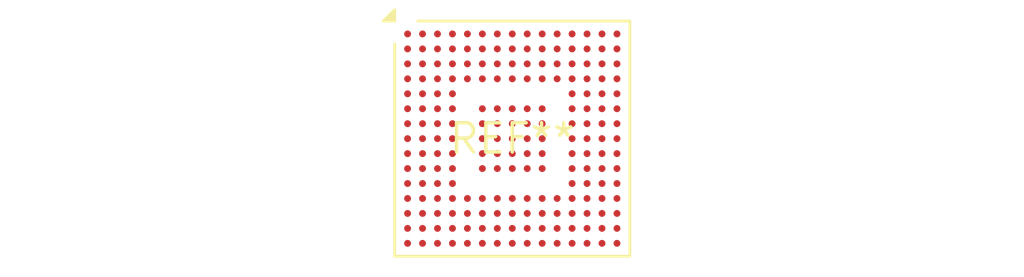
<source format=kicad_pcb>
(kicad_pcb (version 20240108) (generator pcbnew)
  (layers (0 "F.Cu" signal) (31 "B.Cu" signal) (34 "B.Paste" user) (35 "F.Paste" user) (36 "B.SilkS" user "B.Silkscreen") (37 "F.SilkS" user "F.Silkscreen") (38 "B.Mask" user) (39 "F.Mask" user) (44 "Edge.Cuts" user))
  (net 0 "")
  (footprint "UFBGA-201_10x10mm_Layout15x15_P0.65mm" (layer "F.Cu") (at 0 0)
    (property "Reference" "REF**")
    (property "Value" "UFBGA-201_10x10mm_Layout15x15_P0.65mm")
    (fp_line (start -5.11 5.11) (end -5.11 -4.11) (layer "F.SilkS") (stroke (width 0.12)))
    (fp_line (start -4.11 -5.11) (end 5.11 -5.11) (layer "F.SilkS") (stroke (width 0.12)))
    (fp_line (start 5.11 -5.11) (end 5.11 5.11) (layer "F.SilkS") (stroke (width 0.12)))
    (fp_line (start 5.11 5.11) (end -5.11 5.11) (layer "F.SilkS") (stroke (width 0.12)))
    (fp_poly (pts (xy -5.11 -5.11) (xy -5.61 -5.11) (xy -5.11 -5.61) (xy -5.11 -5.11)) (layer "F.SilkS") (stroke (width 0.12)) (fill solid))
    (pad "A1" smd circle (at -4.55 -4.55) (size 0.3 0.3) (property pad_prop_bga) (layers "F.Cu" "F.Paste" "F.Mask"))
    (pad "A2" smd circle (at -3.9 -4.55) (size 0.3 0.3) (property pad_prop_bga) (layers "F.Cu" "F.Paste" "F.Mask"))
    (pad "A3" smd circle (at -3.25 -4.55) (size 0.3 0.3) (property pad_prop_bga) (layers "F.Cu" "F.Paste" "F.Mask"))
    (pad "A4" smd circle (at -2.6 -4.55) (size 0.3 0.3) (property pad_prop_bga) (layers "F.Cu" "F.Paste" "F.Mask"))
    (pad "A5" smd circle (at -1.95 -4.55) (size 0.3 0.3) (property pad_prop_bga) (layers "F.Cu" "F.Paste" "F.Mask"))
    (pad "A6" smd circle (at -1.3 -4.55) (size 0.3 0.3) (property pad_prop_bga) (layers "F.Cu" "F.Paste" "F.Mask"))
    (pad "A7" smd circle (at -0.65 -4.55) (size 0.3 0.3) (property pad_prop_bga) (layers "F.Cu" "F.Paste" "F.Mask"))
    (pad "A8" smd circle (at 0 -4.55) (size 0.3 0.3) (property pad_prop_bga) (layers "F.Cu" "F.Paste" "F.Mask"))
    (pad "A9" smd circle (at 0.65 -4.55) (size 0.3 0.3) (property pad_prop_bga) (layers "F.Cu" "F.Paste" "F.Mask"))
    (pad "A10" smd circle (at 1.3 -4.55) (size 0.3 0.3) (property pad_prop_bga) (layers "F.Cu" "F.Paste" "F.Mask"))
    (pad "A11" smd circle (at 1.95 -4.55) (size 0.3 0.3) (property pad_prop_bga) (layers "F.Cu" "F.Paste" "F.Mask"))
    (pad "A12" smd circle (at 2.6 -4.55) (size 0.3 0.3) (property pad_prop_bga) (layers "F.Cu" "F.Paste" "F.Mask"))
    (pad "A13" smd circle (at 3.25 -4.55) (size 0.3 0.3) (property pad_prop_bga) (layers "F.Cu" "F.Paste" "F.Mask"))
    (pad "A14" smd circle (at 3.9 -4.55) (size 0.3 0.3) (property pad_prop_bga) (layers "F.Cu" "F.Paste" "F.Mask"))
    (pad "A15" smd circle (at 4.55 -4.55) (size 0.3 0.3) (property pad_prop_bga) (layers "F.Cu" "F.Paste" "F.Mask"))
    (pad "B1" smd circle (at -4.55 -3.9) (size 0.3 0.3) (property pad_prop_bga) (layers "F.Cu" "F.Paste" "F.Mask"))
    (pad "B2" smd circle (at -3.9 -3.9) (size 0.3 0.3) (property pad_prop_bga) (layers "F.Cu" "F.Paste" "F.Mask"))
    (pad "B3" smd circle (at -3.25 -3.9) (size 0.3 0.3) (property pad_prop_bga) (layers "F.Cu" "F.Paste" "F.Mask"))
    (pad "B4" smd circle (at -2.6 -3.9) (size 0.3 0.3) (property pad_prop_bga) (layers "F.Cu" "F.Paste" "F.Mask"))
    (pad "B5" smd circle (at -1.95 -3.9) (size 0.3 0.3) (property pad_prop_bga) (layers "F.Cu" "F.Paste" "F.Mask"))
    (pad "B6" smd circle (at -1.3 -3.9) (size 0.3 0.3) (property pad_prop_bga) (layers "F.Cu" "F.Paste" "F.Mask"))
    (pad "B7" smd circle (at -0.65 -3.9) (size 0.3 0.3) (property pad_prop_bga) (layers "F.Cu" "F.Paste" "F.Mask"))
    (pad "B8" smd circle (at 0 -3.9) (size 0.3 0.3) (property pad_prop_bga) (layers "F.Cu" "F.Paste" "F.Mask"))
    (pad "B9" smd circle (at 0.65 -3.9) (size 0.3 0.3) (property pad_prop_bga) (layers "F.Cu" "F.Paste" "F.Mask"))
    (pad "B10" smd circle (at 1.3 -3.9) (size 0.3 0.3) (property pad_prop_bga) (layers "F.Cu" "F.Paste" "F.Mask"))
    (pad "B11" smd circle (at 1.95 -3.9) (size 0.3 0.3) (property pad_prop_bga) (layers "F.Cu" "F.Paste" "F.Mask"))
    (pad "B12" smd circle (at 2.6 -3.9) (size 0.3 0.3) (property pad_prop_bga) (layers "F.Cu" "F.Paste" "F.Mask"))
    (pad "B13" smd circle (at 3.25 -3.9) (size 0.3 0.3) (property pad_prop_bga) (layers "F.Cu" "F.Paste" "F.Mask"))
    (pad "B14" smd circle (at 3.9 -3.9) (size 0.3 0.3) (property pad_prop_bga) (layers "F.Cu" "F.Paste" "F.Mask"))
    (pad "B15" smd circle (at 4.55 -3.9) (size 0.3 0.3) (property pad_prop_bga) (layers "F.Cu" "F.Paste" "F.Mask"))
    (pad "C1" smd circle (at -4.55 -3.25) (size 0.3 0.3) (property pad_prop_bga) (layers "F.Cu" "F.Paste" "F.Mask"))
    (pad "C2" smd circle (at -3.9 -3.25) (size 0.3 0.3) (property pad_prop_bga) (layers "F.Cu" "F.Paste" "F.Mask"))
    (pad "C3" smd circle (at -3.25 -3.25) (size 0.3 0.3) (property pad_prop_bga) (layers "F.Cu" "F.Paste" "F.Mask"))
    (pad "C4" smd circle (at -2.6 -3.25) (size 0.3 0.3) (property pad_prop_bga) (layers "F.Cu" "F.Paste" "F.Mask"))
    (pad "C5" smd circle (at -1.95 -3.25) (size 0.3 0.3) (property pad_prop_bga) (layers "F.Cu" "F.Paste" "F.Mask"))
    (pad "C6" smd circle (at -1.3 -3.25) (size 0.3 0.3) (property pad_prop_bga) (layers "F.Cu" "F.Paste" "F.Mask"))
    (pad "C7" smd circle (at -0.65 -3.25) (size 0.3 0.3) (property pad_prop_bga) (layers "F.Cu" "F.Paste" "F.Mask"))
    (pad "C8" smd circle (at 0 -3.25) (size 0.3 0.3) (property pad_prop_bga) (layers "F.Cu" "F.Paste" "F.Mask"))
    (pad "C9" smd circle (at 0.65 -3.25) (size 0.3 0.3) (property pad_prop_bga) (layers "F.Cu" "F.Paste" "F.Mask"))
    (pad "C10" smd circle (at 1.3 -3.25) (size 0.3 0.3) (property pad_prop_bga) (layers "F.Cu" "F.Paste" "F.Mask"))
    (pad "C11" smd circle (at 1.95 -3.25) (size 0.3 0.3) (property pad_prop_bga) (layers "F.Cu" "F.Paste" "F.Mask"))
    (pad "C12" smd circle (at 2.6 -3.25) (size 0.3 0.3) (property pad_prop_bga) (layers "F.Cu" "F.Paste" "F.Mask"))
    (pad "C13" smd circle (at 3.25 -3.25) (size 0.3 0.3) (property pad_prop_bga) (layers "F.Cu" "F.Paste" "F.Mask"))
    (pad "C14" smd circle (at 3.9 -3.25) (size 0.3 0.3) (property pad_prop_bga) (layers "F.Cu" "F.Paste" "F.Mask"))
    (pad "C15" smd circle (at 4.55 -3.25) (size 0.3 0.3) (property pad_prop_bga) (layers "F.Cu" "F.Paste" "F.Mask"))
    (pad "D1" smd circle (at -4.55 -2.6) (size 0.3 0.3) (property pad_prop_bga) (layers "F.Cu" "F.Paste" "F.Mask"))
    (pad "D2" smd circle (at -3.9 -2.6) (size 0.3 0.3) (property pad_prop_bga) (layers "F.Cu" "F.Paste" "F.Mask"))
    (pad "D3" smd circle (at -3.25 -2.6) (size 0.3 0.3) (property pad_prop_bga) (layers "F.Cu" "F.Paste" "F.Mask"))
    (pad "D4" smd circle (at -2.6 -2.6) (size 0.3 0.3) (property pad_prop_bga) (layers "F.Cu" "F.Paste" "F.Mask"))
    (pad "D5" smd circle (at -1.95 -2.6) (size 0.3 0.3) (property pad_prop_bga) (layers "F.Cu" "F.Paste" "F.Mask"))
    (pad "D6" smd circle (at -1.3 -2.6) (size 0.3 0.3) (property pad_prop_bga) (layers "F.Cu" "F.Paste" "F.Mask"))
    (pad "D7" smd circle (at -0.65 -2.6) (size 0.3 0.3) (property pad_prop_bga) (layers "F.Cu" "F.Paste" "F.Mask"))
    (pad "D8" smd circle (at 0 -2.6) (size 0.3 0.3) (property pad_prop_bga) (layers "F.Cu" "F.Paste" "F.Mask"))
    (pad "D9" smd circle (at 0.65 -2.6) (size 0.3 0.3) (property pad_prop_bga) (layers "F.Cu" "F.Paste" "F.Mask"))
    (pad "D10" smd circle (at 1.3 -2.6) (size 0.3 0.3) (property pad_prop_bga) (layers "F.Cu" "F.Paste" "F.Mask"))
    (pad "D11" smd circle (at 1.95 -2.6) (size 0.3 0.3) (property pad_prop_bga) (layers "F.Cu" "F.Paste" "F.Mask"))
    (pad "D12" smd circle (at 2.6 -2.6) (size 0.3 0.3) (property pad_prop_bga) (layers "F.Cu" "F.Paste" "F.Mask"))
    (pad "D13" smd circle (at 3.25 -2.6) (size 0.3 0.3) (property pad_prop_bga) (layers "F.Cu" "F.Paste" "F.Mask"))
    (pad "D14" smd circle (at 3.9 -2.6) (size 0.3 0.3) (property pad_prop_bga) (layers "F.Cu" "F.Paste" "F.Mask"))
    (pad "D15" smd circle (at 4.55 -2.6) (size 0.3 0.3) (property pad_prop_bga) (layers "F.Cu" "F.Paste" "F.Mask"))
    (pad "E1" smd circle (at -4.55 -1.95) (size 0.3 0.3) (property pad_prop_bga) (layers "F.Cu" "F.Paste" "F.Mask"))
    (pad "E2" smd circle (at -3.9 -1.95) (size 0.3 0.3) (property pad_prop_bga) (layers "F.Cu" "F.Paste" "F.Mask"))
    (pad "E3" smd circle (at -3.25 -1.95) (size 0.3 0.3) (property pad_prop_bga) (layers "F.Cu" "F.Paste" "F.Mask"))
    (pad "E4" smd circle (at -2.6 -1.95) (size 0.3 0.3) (property pad_prop_bga) (layers "F.Cu" "F.Paste" "F.Mask"))
    (pad "E12" smd circle (at 2.6 -1.95) (size 0.3 0.3) (property pad_prop_bga) (layers "F.Cu" "F.Paste" "F.Mask"))
    (pad "E13" smd circle (at 3.25 -1.95) (size 0.3 0.3) (property pad_prop_bga) (layers "F.Cu" "F.Paste" "F.Mask"))
    (pad "E14" smd circle (at 3.9 -1.95) (size 0.3 0.3) (property pad_prop_bga) (layers "F.Cu" "F.Paste" "F.Mask"))
    (pad "E15" smd circle (at 4.55 -1.95) (size 0.3 0.3) (property pad_prop_bga) (layers "F.Cu" "F.Paste" "F.Mask"))
    (pad "F1" smd circle (at -4.55 -1.3) (size 0.3 0.3) (property pad_prop_bga) (layers "F.Cu" "F.Paste" "F.Mask"))
    (pad "F2" smd circle (at -3.9 -1.3) (size 0.3 0.3) (property pad_prop_bga) (layers "F.Cu" "F.Paste" "F.Mask"))
    (pad "F3" smd circle (at -3.25 -1.3) (size 0.3 0.3) (property pad_prop_bga) (layers "F.Cu" "F.Paste" "F.Mask"))
    (pad "F4" smd circle (at -2.6 -1.3) (size 0.3 0.3) (property pad_prop_bga) (layers "F.Cu" "F.Paste" "F.Mask"))
    (pad "F6" smd circle (at -1.3 -1.3) (size 0.3 0.3) (property pad_prop_bga) (layers "F.Cu" "F.Paste" "F.Mask"))
    (pad "F7" smd circle (at -0.65 -1.3) (size 0.3 0.3) (property pad_prop_bga) (layers "F.Cu" "F.Paste" "F.Mask"))
    (pad "F8" smd circle (at 0 -1.3) (size 0.3 0.3) (property pad_prop_bga) (layers "F.Cu" "F.Paste" "F.Mask"))
    (pad "F9" smd circle (at 0.65 -1.3) (size 0.3 0.3) (property pad_prop_bga) (layers "F.Cu" "F.Paste" "F.Mask"))
    (pad "F10" smd circle (at 1.3 -1.3) (size 0.3 0.3) (property pad_prop_bga) (layers "F.Cu" "F.Paste" "F.Mask"))
    (pad "F12" smd circle (at 2.6 -1.3) (size 0.3 0.3) (property pad_prop_bga) (layers "F.Cu" "F.Paste" "F.Mask"))
    (pad "F13" smd circle (at 3.25 -1.3) (size 0.3 0.3) (property pad_prop_bga) (layers "F.Cu" "F.Paste" "F.Mask"))
    (pad "F14" smd circle (at 3.9 -1.3) (size 0.3 0.3) (property pad_prop_bga) (layers "F.Cu" "F.Paste" "F.Mask"))
    (pad "F15" smd circle (at 4.55 -1.3) (size 0.3 0.3) (property pad_prop_bga) (layers "F.Cu" "F.Paste" "F.Mask"))
    (pad "G1" smd circle (at -4.55 -0.65) (size 0.3 0.3) (property pad_prop_bga) (layers "F.Cu" "F.Paste" "F.Mask"))
    (pad "G2" smd circle (at -3.9 -0.65) (size 0.3 0.3) (property pad_prop_bga) (layers "F.Cu" "F.Paste" "F.Mask"))
    (pad "G3" smd circle (at -3.25 -0.65) (size 0.3 0.3) (property pad_prop_bga) (layers "F.Cu" "F.Paste" "F.Mask"))
    (pad "G4" smd circle (at -2.6 -0.65) (size 0.3 0.3) (property pad_prop_bga) (layers "F.Cu" "F.Paste" "F.Mask"))
    (pad "G6" smd circle (at -1.3 -0.65) (size 0.3 0.3) (property pad_prop_bga) (layers "F.Cu" "F.Paste" "F.Mask"))
    (pad "G7" smd circle (at -0.65 -0.65) (size 0.3 0.3) (property pad_prop_bga) (layers "F.Cu" "F.Paste" "F.Mask"))
    (pad "G8" smd circle (at 0 -0.65) (size 0.3 0.3) (property pad_prop_bga) (layers "F.Cu" "F.Paste" "F.Mask"))
    (pad "G9" smd circle (at 0.65 -0.65) (size 0.3 0.3) (property pad_prop_bga) (layers "F.Cu" "F.Paste" "F.Mask"))
    (pad "G10" smd circle (at 1.3 -0.65) (size 0.3 0.3) (property pad_prop_bga) (layers "F.Cu" "F.Paste" "F.Mask"))
    (pad "G12" smd circle (at 2.6 -0.65) (size 0.3 0.3) (property pad_prop_bga) (layers "F.Cu" "F.Paste" "F.Mask"))
    (pad "G13" smd circle (at 3.25 -0.65) (size 0.3 0.3) (property pad_prop_bga) (layers "F.Cu" "F.Paste" "F.Mask"))
    (pad "G14" smd circle (at 3.9 -0.65) (size 0.3 0.3) (property pad_prop_bga) (layers "F.Cu" "F.Paste" "F.Mask"))
    (pad "G15" smd circle (at 4.55 -0.65) (size 0.3 0.3) (property pad_prop_bga) (layers "F.Cu" "F.Paste" "F.Mask"))
    (pad "H1" smd circle (at -4.55 0) (size 0.3 0.3) (property pad_prop_bga) (layers "F.Cu" "F.Paste" "F.Mask"))
    (pad "H2" smd circle (at -3.9 0) (size 0.3 0.3) (property pad_prop_bga) (layers "F.Cu" "F.Paste" "F.Mask"))
    (pad "H3" smd circle (at -3.25 0) (size 0.3 0.3) (property pad_prop_bga) (layers "F.Cu" "F.Paste" "F.Mask"))
    (pad "H4" smd circle (at -2.6 0) (size 0.3 0.3) (property pad_prop_bga) (layers "F.Cu" "F.Paste" "F.Mask"))
    (pad "H6" smd circle (at -1.3 0) (size 0.3 0.3) (property pad_prop_bga) (layers "F.Cu" "F.Paste" "F.Mask"))
    (pad "H7" smd circle (at -0.65 0) (size 0.3 0.3) (property pad_prop_bga) (layers "F.Cu" "F.Paste" "F.Mask"))
    (pad "H8" smd circle (at 0 0) (size 0.3 0.3) (property pad_prop_bga) (layers "F.Cu" "F.Paste" "F.Mask"))
    (pad "H9" smd circle (at 0.65 0) (size 0.3 0.3) (property pad_prop_bga) (layers "F.Cu" "F.Paste" "F.Mask"))
    (pad "H10" smd circle (at 1.3 0) (size 0.3 0.3) (property pad_prop_bga) (layers "F.Cu" "F.Paste" "F.Mask"))
    (pad "H12" smd circle (at 2.6 0) (size 0.3 0.3) (property pad_prop_bga) (layers "F.Cu" "F.Paste" "F.Mask"))
    (pad "H13" smd circle (at 3.25 0) (size 0.3 0.3) (property pad_prop_bga) (layers "F.Cu" "F.Paste" "F.Mask"))
    (pad "H14" smd circle (at 3.9 0) (size 0.3 0.3) (property pad_prop_bga) (layers "F.Cu" "F.Paste" "F.Mask"))
    (pad "H15" smd circle (at 4.55 0) (size 0.3 0.3) (property pad_prop_bga) (layers "F.Cu" "F.Paste" "F.Mask"))
    (pad "J1" smd circle (at -4.55 0.65) (size 0.3 0.3) (property pad_prop_bga) (layers "F.Cu" "F.Paste" "F.Mask"))
    (pad "J2" smd circle (at -3.9 0.65) (size 0.3 0.3) (property pad_prop_bga) (layers "F.Cu" "F.Paste" "F.Mask"))
    (pad "J3" smd circle (at -3.25 0.65) (size 0.3 0.3) (property pad_prop_bga) (layers "F.Cu" "F.Paste" "F.Mask"))
    (pad "J4" smd circle (at -2.6 0.65) (size 0.3 0.3) (property pad_prop_bga) (layers "F.Cu" "F.Paste" "F.Mask"))
    (pad "J6" smd circle (at -1.3 0.65) (size 0.3 0.3) (property pad_prop_bga) (layers "F.Cu" "F.Paste" "F.Mask"))
    (pad "J7" smd circle (at -0.65 0.65) (size 0.3 0.3) (property pad_prop_bga) (layers "F.Cu" "F.Paste" "F.Mask"))
    (pad "J8" smd circle (at 0 0.65) (size 0.3 0.3) (property pad_prop_bga) (layers "F.Cu" "F.Paste" "F.Mask"))
    (pad "J9" smd circle (at 0.65 0.65) (size 0.3 0.3) (property pad_prop_bga) (layers "F.Cu" "F.Paste" "F.Mask"))
    (pad "J10" smd circle (at 1.3 0.65) (size 0.3 0.3) (property pad_prop_bga) (layers "F.Cu" "F.Paste" "F.Mask"))
    (pad "J12" smd circle (at 2.6 0.65) (size 0.3 0.3) (property pad_prop_bga) (layers "F.Cu" "F.Paste" "F.Mask"))
    (pad "J13" smd circle (at 3.25 0.65) (size 0.3 0.3) (property pad_prop_bga) (layers "F.Cu" "F.Paste" "F.Mask"))
    (pad "J14" smd circle (at 3.9 0.65) (size 0.3 0.3) (property pad_prop_bga) (layers "F.Cu" "F.Paste" "F.Mask"))
    (pad "J15" smd circle (at 4.55 0.65) (size 0.3 0.3) (property pad_prop_bga) (layers "F.Cu" "F.Paste" "F.Mask"))
    (pad "K1" smd circle (at -4.55 1.3) (size 0.3 0.3) (property pad_prop_bga) (layers "F.Cu" "F.Paste" "F.Mask"))
    (pad "K2" smd circle (at -3.9 1.3) (size 0.3 0.3) (property pad_prop_bga) (layers "F.Cu" "F.Paste" "F.Mask"))
    (pad "K3" smd circle (at -3.25 1.3) (size 0.3 0.3) (property pad_prop_bga) (layers "F.Cu" "F.Paste" "F.Mask"))
    (pad "K4" smd circle (at -2.6 1.3) (size 0.3 0.3) (property pad_prop_bga) (layers "F.Cu" "F.Paste" "F.Mask"))
    (pad "K6" smd circle (at -1.3 1.3) (size 0.3 0.3) (property pad_prop_bga) (layers "F.Cu" "F.Paste" "F.Mask"))
    (pad "K7" smd circle (at -0.65 1.3) (size 0.3 0.3) (property pad_prop_bga) (layers "F.Cu" "F.Paste" "F.Mask"))
    (pad "K8" smd circle (at 0 1.3) (size 0.3 0.3) (property pad_prop_bga) (layers "F.Cu" "F.Paste" "F.Mask"))
    (pad "K9" smd circle (at 0.65 1.3) (size 0.3 0.3) (property pad_prop_bga) (layers "F.Cu" "F.Paste" "F.Mask"))
    (pad "K10" smd circle (at 1.3 1.3) (size 0.3 0.3) (property pad_prop_bga) (layers "F.Cu" "F.Paste" "F.Mask"))
    (pad "K12" smd circle (at 2.6 1.3) (size 0.3 0.3) (property pad_prop_bga) (layers "F.Cu" "F.Paste" "F.Mask"))
    (pad "K13" smd circle (at 3.25 1.3) (size 0.3 0.3) (property pad_prop_bga) (layers "F.Cu" "F.Paste" "F.Mask"))
    (pad "K14" smd circle (at 3.9 1.3) (size 0.3 0.3) (property pad_prop_bga) (layers "F.Cu" "F.Paste" "F.Mask"))
    (pad "K15" smd circle (at 4.55 1.3) (size 0.3 0.3) (property pad_prop_bga) (layers "F.Cu" "F.Paste" "F.Mask"))
    (pad "L1" smd circle (at -4.55 1.95) (size 0.3 0.3) (property pad_prop_bga) (layers "F.Cu" "F.Paste" "F.Mask"))
    (pad "L2" smd circle (at -3.9 1.95) (size 0.3 0.3) (property pad_prop_bga) (layers "F.Cu" "F.Paste" "F.Mask"))
    (pad "L3" smd circle (at -3.25 1.95) (size 0.3 0.3) (property pad_prop_bga) (layers "F.Cu" "F.Paste" "F.Mask"))
    (pad "L4" smd circle (at -2.6 1.95) (size 0.3 0.3) (property pad_prop_bga) (layers "F.Cu" "F.Paste" "F.Mask"))
    (pad "L12" smd circle (at 2.6 1.95) (size 0.3 0.3) (property pad_prop_bga) (layers "F.Cu" "F.Paste" "F.Mask"))
    (pad "L13" smd circle (at 3.25 1.95) (size 0.3 0.3) (property pad_prop_bga) (layers "F.Cu" "F.Paste" "F.Mask"))
    (pad "L14" smd circle (at 3.9 1.95) (size 0.3 0.3) (property pad_prop_bga) (layers "F.Cu" "F.Paste" "F.Mask"))
    (pad "L15" smd circle (at 4.55 1.95) (size 0.3 0.3) (property pad_prop_bga) (layers "F.Cu" "F.Paste" "F.Mask"))
    (pad "M1" smd circle (at -4.55 2.6) (size 0.3 0.3) (property pad_prop_bga) (layers "F.Cu" "F.Paste" "F.Mask"))
    (pad "M2" smd circle (at -3.9 2.6) (size 0.3 0.3) (property pad_prop_bga) (layers "F.Cu" "F.Paste" "F.Mask"))
    (pad "M3" smd circle (at -3.25 2.6) (size 0.3 0.3) (property pad_prop_bga) (layers "F.Cu" "F.Paste" "F.Mask"))
    (pad "M4" smd circle (at -2.6 2.6) (size 0.3 0.3) (property pad_prop_bga) (layers "F.Cu" "F.Paste" "F.Mask"))
    (pad "M5" smd circle (at -1.95 2.6) (size 0.3 0.3) (property pad_prop_bga) (layers "F.Cu" "F.Paste" "F.Mask"))
    (pad "M6" smd circle (at -1.3 2.6) (size 0.3 0.3) (property pad_prop_bga) (layers "F.Cu" "F.Paste" "F.Mask"))
    (pad "M7" smd circle (at -0.65 2.6) (size 0.3 0.3) (property pad_prop_bga) (layers "F.Cu" "F.Paste" "F.Mask"))
    (pad "M8" smd circle (at 0 2.6) (size 0.3 0.3) (property pad_prop_bga) (layers "F.Cu" "F.Paste" "F.Mask"))
    (pad "M9" smd circle (at 0.65 2.6) (size 0.3 0.3) (property pad_prop_bga) (layers "F.Cu" "F.Paste" "F.Mask"))
    (pad "M10" smd circle (at 1.3 2.6) (size 0.3 0.3) (property pad_prop_bga) (layers "F.Cu" "F.Paste" "F.Mask"))
    (pad "M11" smd circle (at 1.95 2.6) (size 0.3 0.3) (property pad_prop_bga) (layers "F.Cu" "F.Paste" "F.Mask"))
    (pad "M12" smd circle (at 2.6 2.6) (size 0.3 0.3) (property pad_prop_bga) (layers "F.Cu" "F.Paste" "F.Mask"))
    (pad "M13" smd circle (at 3.25 2.6) (size 0.3 0.3) (property pad_prop_bga) (layers "F.Cu" "F.Paste" "F.Mask"))
    (pad "M14" smd circle (at 3.9 2.6) (size 0.3 0.3) (property pad_prop_bga) (layers "F.Cu" "F.Paste" "F.Mask"))
    (pad "M15" smd circle (at 4.55 2.6) (size 0.3 0.3) (property pad_prop_bga) (layers "F.Cu" "F.Paste" "F.Mask"))
    (pad "N1" smd circle (at -4.55 3.25) (size 0.3 0.3) (property pad_prop_bga) (layers "F.Cu" "F.Paste" "F.Mask"))
    (pad "N2" smd circle (at -3.9 3.25) (size 0.3 0.3) (property pad_prop_bga) (layers "F.Cu" "F.Paste" "F.Mask"))
    (pad "N3" smd circle (at -3.25 3.25) (size 0.3 0.3) (property pad_prop_bga) (layers "F.Cu" "F.Paste" "F.Mask"))
    (pad "N4" smd circle (at -2.6 3.25) (size 0.3 0.3) (property pad_prop_bga) (layers "F.Cu" "F.Paste" "F.Mask"))
    (pad "N5" smd circle (at -1.95 3.25) (size 0.3 0.3) (property pad_prop_bga) (layers "F.Cu" "F.Paste" "F.Mask"))
    (pad "N6" smd circle (at -1.3 3.25) (size 0.3 0.3) (property pad_prop_bga) (layers "F.Cu" "F.Paste" "F.Mask"))
    (pad "N7" smd circle (at -0.65 3.25) (size 0.3 0.3) (property pad_prop_bga) (layers "F.Cu" "F.Paste" "F.Mask"))
    (pad "N8" smd circle (at 0 3.25) (size 0.3 0.3) (property pad_prop_bga) (layers "F.Cu" "F.Paste" "F.Mask"))
    (pad "N9" smd circle (at 0.65 3.25) (size 0.3 0.3) (property pad_prop_bga) (layers "F.Cu" "F.Paste" "F.Mask"))
    (pad "N10" smd circle (at 1.3 3.25) (size 0.3 0.3) (property pad_prop_bga) (layers "F.Cu" "F.Paste" "F.Mask"))
    (pad "N11" smd circle (at 1.95 3.25) (size 0.3 0.3) (property pad_prop_bga) (layers "F.Cu" "F.Paste" "F.Mask"))
    (pad "N12" smd circle (at 2.6 3.25) (size 0.3 0.3) (property pad_prop_bga) (layers "F.Cu" "F.Paste" "F.Mask"))
    (pad "N13" smd circle (at 3.25 3.25) (size 0.3 0.3) (property pad_prop_bga) (layers "F.Cu" "F.Paste" "F.Mask"))
    (pad "N14" smd circle (at 3.9 3.25) (size 0.3 0.3) (property pad_prop_bga) (layers "F.Cu" "F.Paste" "F.Mask"))
    (pad "N15" smd circle (at 4.55 3.25) (size 0.3 0.3) (property pad_prop_bga) (layers "F.Cu" "F.Paste" "F.Mask"))
    (pad "P1" smd circle (at -4.55 3.9) (size 0.3 0.3) (property pad_prop_bga) (layers "F.Cu" "F.Paste" "F.Mask"))
    (pad "P2" smd circle (at -3.9 3.9) (size 0.3 0.3) (property pad_prop_bga) (layers "F.Cu" "F.Paste" "F.Mask"))
    (pad "P3" smd circle (at -3.25 3.9) (size 0.3 0.3) (property pad_prop_bga) (layers "F.Cu" "F.Paste" "F.Mask"))
    (pad "P4" smd circle (at -2.6 3.9) (size 0.3 0.3) (property pad_prop_bga) (layers "F.Cu" "F.Paste" "F.Mask"))
    (pad "P5" smd circle (at -1.95 3.9) (size 0.3 0.3) (property pad_prop_bga) (layers "F.Cu" "F.Paste" "F.Mask"))
    (pad "P6" smd circle (at -1.3 3.9) (size 0.3 0.3) (property pad_prop_bga) (layers "F.Cu" "F.Paste" "F.Mask"))
    (pad "P7" smd circle (at -0.65 3.9) (size 0.3 0.3) (property pad_prop_bga) (layers "F.Cu" "F.Paste" "F.Mask"))
    (pad "P8" smd circle (at 0 3.9) (size 0.3 0.3) (property pad_prop_bga) (layers "F.Cu" "F.Paste" "F.Mask"))
    (pad "P9" smd circle (at 0.65 3.9) (size 0.3 0.3) (property pad_prop_bga) (layers "F.Cu" "F.Paste" "F.Mask"))
    (pad "P10" smd circle (at 1.3 3.9) (size 0.3 0.3) (property pad_prop_bga) (layers "F.Cu" "F.Paste" "F.Mask"))
    (pad "P11" smd circle (at 1.95 3.9) (size 0.3 0.3) (property pad_prop_bga) (layers "F.Cu" "F.Paste" "F.Mask"))
    (pad "P12" smd circle (at 2.6 3.9) (size 0.3 0.3) (property pad_prop_bga) (layers "F.Cu" "F.Paste" "F.Mask"))
    (pad "P13" smd circle (at 3.25 3.9) (size 0.3 0.3) (property pad_prop_bga) (layers "F.Cu" "F.Paste" "F.Mask"))
    (pad "P14" smd circle (at 3.9 3.9) (size 0.3 0.3) (property pad_prop_bga) (layers "F.Cu" "F.Paste" "F.Mask"))
    (pad "P15" smd circle (at 4.55 3.9) (size 0.3 0.3) (property pad_prop_bga) (layers "F.Cu" "F.Paste" "F.Mask"))
    (pad "R1" smd circle (at -4.55 4.55) (size 0.3 0.3) (property pad_prop_bga) (layers "F.Cu" "F.Paste" "F.Mask"))
    (pad "R2" smd circle (at -3.9 4.55) (size 0.3 0.3) (property pad_prop_bga) (layers "F.Cu" "F.Paste" "F.Mask"))
    (pad "R3" smd circle (at -3.25 4.55) (size 0.3 0.3) (property pad_prop_bga) (layers "F.Cu" "F.Paste" "F.Mask"))
    (pad "R4" smd circle (at -2.6 4.55) (size 0.3 0.3) (property pad_prop_bga) (layers "F.Cu" "F.Paste" "F.Mask"))
    (pad "R5" smd circle (at -1.95 4.55) (size 0.3 0.3) (property pad_prop_bga) (layers "F.Cu" "F.Paste" "F.Mask"))
    (pad "R6" smd circle (at -1.3 4.55) (size 0.3 0.3) (property pad_prop_bga) (layers "F.Cu" "F.Paste" "F.Mask"))
    (pad "R7" smd circle (at -0.65 4.55) (size 0.3 0.3) (property pad_prop_bga) (layers "F.Cu" "F.Paste" "F.Mask"))
    (pad "R8" smd circle (at 0 4.55) (size 0.3 0.3) (property pad_prop_bga) (layers "F.Cu" "F.Paste" "F.Mask"))
    (pad "R9" smd circle (at 0.65 4.55) (size 0.3 0.3) (property pad_prop_bga) (layers "F.Cu" "F.Paste" "F.Mask"))
    (pad "R10" smd circle (at 1.3 4.55) (size 0.3 0.3) (property pad_prop_bga) (layers "F.Cu" "F.Paste" "F.Mask"))
    (pad "R11" smd circle (at 1.95 4.55) (size 0.3 0.3) (property pad_prop_bga) (layers "F.Cu" "F.Paste" "F.Mask"))
    (pad "R12" smd circle (at 2.6 4.55) (size 0.3 0.3) (property pad_prop_bga) (layers "F.Cu" "F.Paste" "F.Mask"))
    (pad "R13" smd circle (at 3.25 4.55) (size 0.3 0.3) (property pad_prop_bga) (layers "F.Cu" "F.Paste" "F.Mask"))
    (pad "R14" smd circle (at 3.9 4.55) (size 0.3 0.3) (property pad_prop_bga) (layers "F.Cu" "F.Paste" "F.Mask"))
    (pad "R15" smd circle (at 4.55 4.55) (size 0.3 0.3) (property pad_prop_bga) (layers "F.Cu" "F.Paste" "F.Mask"))
  )
)
</source>
